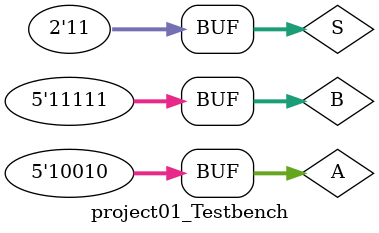
<source format=v>
module  project01_Testbench ();

reg [4:0]A;
reg [4:0]B;
reg [1:0]S;
wire [4:0]R;


project01 test(R, A, B,S);


initial begin
A[4:0] =5'b00100 ;
B[4:0] =5'b00100 ;  
S[1:0] =2'b00 ;  

#20;
A[4:0] =5'b00100 ;
B[4:0] =5'b10101 ;  
S[1:0] =2'b00 ;  

#20;
A[4:0] =5'b01100 ;
B[4:0] =5'b00101 ;  
S[1:0] =2'b00 ;  

#20;
A[4:0] =5'b10111 ;
B[4:0] =5'b00101 ;  
S[1:0] =2'b10 ;  

#20;
A[4:0] =5'b00000 ;
B[4:0] =5'b00101 ;  
S[1:0] =2'b10 ;  

#20;
A[4:0] =5'b11100 ;
B[4:0] =5'b01100 ; 
S[1:0] =2'b10 ;  

#20;
A[4:0] =5'b00100 ;
B[4:0] =5'b10100 ;
S[1:0] =2'b01 ;   


#20;
A[4:0] =5'b00100 ;
B[4:0] =5'b10100 ;
S[1:0] =2'b01 ;   


#20;
A[4:0] =5'b00100 ;
B[4:0] =5'b10100 ;
S[1:0] =2'b01 ;   

#20;
A[4:0] =5'b10110 ;
B[4:0] =5'b01001 ; 
S[1:0] =2'b11 ;  
#20;
A[4:0] =5'b10010 ;
B[4:0] =5'b00000 ; 
S[1:0] =2'b11 ;  
#20;
A[4:0] =5'b10010 ;
B[4:0] =5'b11111 ; 
S[1:0] =2'b11 ;  
#20;
end

initial begin

$monitor("time  = %2d , A = %5b ,B = %5b , S = %2b , R = %5b",$time, A,B,S,R);

end

endmodule

</source>
